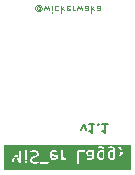
<source format=gbr>
%TF.GenerationSoftware,KiCad,Pcbnew,7.0.5-0*%
%TF.CreationDate,2023-09-16T13:11:08-07:00*%
%TF.ProjectId,MiSTerLaggy,4d695354-6572-44c6-9167-67792e6b6963,rev?*%
%TF.SameCoordinates,Original*%
%TF.FileFunction,Legend,Bot*%
%TF.FilePolarity,Positive*%
%FSLAX46Y46*%
G04 Gerber Fmt 4.6, Leading zero omitted, Abs format (unit mm)*
G04 Created by KiCad (PCBNEW 7.0.5-0) date 2023-09-16 13:11:08*
%MOMM*%
%LPD*%
G01*
G04 APERTURE LIST*
%ADD10C,0.150000*%
%ADD11C,0.100000*%
%ADD12C,0.650000*%
%ADD13O,1.000000X2.100000*%
%ADD14O,1.000000X1.800000*%
%ADD15C,2.200000*%
G04 APERTURE END LIST*
D10*
X1162969Y-4389038D02*
X1353445Y-3855704D01*
X1353445Y-3855704D02*
X1543922Y-4389038D01*
X2267731Y-3855704D02*
X1810588Y-3855704D01*
X2039160Y-3855704D02*
X2039160Y-4655704D01*
X2039160Y-4655704D02*
X1962969Y-4541419D01*
X1962969Y-4541419D02*
X1886779Y-4465228D01*
X1886779Y-4465228D02*
X1810588Y-4427133D01*
X2610589Y-3931895D02*
X2648684Y-3893800D01*
X2648684Y-3893800D02*
X2610589Y-3855704D01*
X2610589Y-3855704D02*
X2572493Y-3893800D01*
X2572493Y-3893800D02*
X2610589Y-3931895D01*
X2610589Y-3931895D02*
X2610589Y-3855704D01*
X3410588Y-3855704D02*
X2953445Y-3855704D01*
X3182017Y-3855704D02*
X3182017Y-4655704D01*
X3182017Y-4655704D02*
X3105826Y-4541419D01*
X3105826Y-4541419D02*
X3029636Y-4465228D01*
X3029636Y-4465228D02*
X2953445Y-4427133D01*
G36*
X-976317Y-6620237D02*
G01*
X-976317Y-6636284D01*
X-1004839Y-6693326D01*
X-1061879Y-6721847D01*
X-1216944Y-6721847D01*
X-1273987Y-6693325D01*
X-1302507Y-6636285D01*
X-1302507Y-6554999D01*
X-976317Y-6620237D01*
G37*
G36*
X2071303Y-6224152D02*
G01*
X2071303Y-6436133D01*
X2057757Y-6436133D01*
X2042674Y-6433419D01*
X2036130Y-6436133D01*
X1830676Y-6436133D01*
X1773633Y-6407611D01*
X1745113Y-6350571D01*
X1745113Y-6290744D01*
X1773634Y-6233700D01*
X1830675Y-6205180D01*
X2033359Y-6205180D01*
X2071303Y-6224152D01*
G37*
G36*
X2976065Y-6224152D02*
G01*
X2976065Y-6702875D01*
X2938122Y-6721847D01*
X2783057Y-6721847D01*
X2714539Y-6687588D01*
X2684132Y-6657181D01*
X2649875Y-6588666D01*
X2649875Y-6338363D01*
X2684133Y-6269845D01*
X2714540Y-6239438D01*
X2783056Y-6205180D01*
X2938121Y-6205180D01*
X2976065Y-6224152D01*
G37*
G36*
X3880827Y-6224152D02*
G01*
X3880827Y-6702875D01*
X3842884Y-6721847D01*
X3687819Y-6721847D01*
X3619301Y-6687588D01*
X3588894Y-6657181D01*
X3554637Y-6588666D01*
X3554637Y-6338363D01*
X3588895Y-6269845D01*
X3619302Y-6239438D01*
X3687818Y-6205180D01*
X3842883Y-6205180D01*
X3880827Y-6224152D01*
G37*
G36*
X5400001Y-7742857D02*
G01*
X-5367857Y-7742857D01*
X-5367857Y-7140668D01*
X-4740680Y-7140668D01*
X-4733759Y-7156160D01*
X-4728978Y-7172440D01*
X-4724910Y-7175964D01*
X-4722714Y-7180880D01*
X-4708515Y-7190171D01*
X-4695692Y-7201282D01*
X-4690365Y-7202048D01*
X-4685859Y-7204996D01*
X-4668888Y-7205135D01*
X-4652097Y-7207550D01*
X-4647203Y-7205314D01*
X-4641817Y-7205359D01*
X-4627466Y-7196301D01*
X-4612033Y-7189254D01*
X-4609123Y-7184725D01*
X-4604570Y-7181852D01*
X-4597395Y-7166476D01*
X-4588221Y-7152202D01*
X-4588222Y-7146818D01*
X-4329889Y-6593247D01*
X-4066918Y-7156756D01*
X-4062312Y-7172440D01*
X-4049490Y-7183550D01*
X-4038272Y-7196283D01*
X-4033094Y-7197757D01*
X-4029026Y-7201282D01*
X-4012233Y-7203696D01*
X-3995912Y-7208343D01*
X-3990760Y-7206783D01*
X-3985431Y-7207550D01*
X-3969995Y-7200500D01*
X-3953756Y-7195587D01*
X-3950266Y-7191490D01*
X-3945367Y-7189254D01*
X-3936192Y-7174976D01*
X-3925188Y-7162065D01*
X-3924466Y-7156731D01*
X-3921555Y-7152202D01*
X-3921556Y-7135235D01*
X-3919278Y-7118420D01*
X-3921555Y-7113540D01*
X-3921555Y-7076985D01*
X-3645950Y-7076985D01*
X-3642409Y-7093265D01*
X-3641220Y-7109877D01*
X-3637802Y-7114443D01*
X-3636588Y-7120022D01*
X-3624806Y-7131804D01*
X-3614826Y-7145136D01*
X-3609481Y-7147129D01*
X-3586933Y-7169677D01*
X-3586121Y-7172440D01*
X-3575572Y-7181580D01*
X-3567207Y-7192755D01*
X-3559252Y-7195722D01*
X-3552835Y-7201282D01*
X-3544431Y-7202490D01*
X-3536979Y-7206559D01*
X-3531289Y-7206152D01*
X-3525940Y-7208147D01*
X-3517643Y-7206341D01*
X-3509240Y-7207550D01*
X-3501516Y-7204022D01*
X-3493048Y-7203417D01*
X-3488482Y-7199998D01*
X-3482903Y-7198785D01*
X-3476899Y-7192780D01*
X-3469176Y-7189254D01*
X-3464585Y-7182109D01*
X-3457790Y-7177023D01*
X-3455797Y-7171678D01*
X-3423501Y-7139382D01*
X-3410171Y-7129404D01*
X-3404350Y-7113797D01*
X-3396366Y-7099176D01*
X-3396774Y-7093485D01*
X-3394778Y-7088137D01*
X-3398321Y-7071853D01*
X-3399508Y-7055245D01*
X-3402927Y-7050678D01*
X-3404140Y-7045100D01*
X-3415924Y-7033316D01*
X-3425902Y-7019987D01*
X-3431247Y-7017993D01*
X-3453796Y-6995444D01*
X-3454607Y-6992682D01*
X-3465158Y-6983539D01*
X-3473521Y-6972368D01*
X-3481476Y-6969401D01*
X-3487893Y-6963840D01*
X-3496296Y-6962631D01*
X-3503749Y-6958562D01*
X-3509442Y-6958969D01*
X-3514788Y-6956975D01*
X-3523086Y-6958780D01*
X-3531488Y-6957572D01*
X-3539212Y-6961099D01*
X-3547680Y-6961705D01*
X-3552247Y-6965123D01*
X-3557825Y-6966337D01*
X-3563830Y-6972341D01*
X-3571552Y-6975868D01*
X-3576143Y-6983011D01*
X-3582939Y-6988099D01*
X-3584933Y-6993444D01*
X-3617227Y-7025738D01*
X-3630558Y-7035718D01*
X-3636380Y-7051325D01*
X-3644363Y-7065946D01*
X-3643956Y-7071638D01*
X-3645950Y-7076985D01*
X-3921555Y-7076985D01*
X-3921555Y-6807629D01*
X-3595364Y-6807629D01*
X-3586121Y-6839107D01*
X-3552835Y-6867949D01*
X-3509240Y-6874217D01*
X-3469176Y-6855921D01*
X-3445364Y-6818869D01*
X-3445364Y-6169480D01*
X-3169515Y-6169480D01*
X-3161675Y-6212820D01*
X-3131648Y-6245042D01*
X-3088967Y-6255915D01*
X-2936766Y-6205180D01*
X-2728547Y-6205180D01*
X-2660030Y-6239439D01*
X-2629624Y-6269845D01*
X-2595366Y-6338361D01*
X-2595365Y-6398189D01*
X-2629624Y-6466706D01*
X-2660031Y-6497113D01*
X-2737017Y-6535606D01*
X-2906550Y-6577989D01*
X-2915161Y-6577060D01*
X-2927492Y-6583225D01*
X-2929967Y-6583844D01*
X-2937106Y-6588031D01*
X-3021686Y-6630321D01*
X-3034016Y-6633004D01*
X-3048636Y-6647623D01*
X-3063761Y-6661693D01*
X-3064124Y-6663111D01*
X-3090559Y-6689546D01*
X-3101408Y-6695990D01*
X-3110659Y-6714490D01*
X-3120554Y-6732613D01*
X-3120450Y-6734073D01*
X-3157070Y-6807314D01*
X-3166793Y-6822444D01*
X-3166793Y-6837774D01*
X-3169507Y-6852857D01*
X-3166793Y-6859400D01*
X-3166793Y-6935663D01*
X-3168724Y-6953548D01*
X-3161868Y-6967261D01*
X-3157550Y-6981964D01*
X-3152197Y-6986602D01*
X-3115462Y-7060071D01*
X-3112779Y-7072403D01*
X-3098152Y-7087030D01*
X-3084090Y-7102148D01*
X-3082672Y-7102510D01*
X-3056237Y-7128945D01*
X-3049793Y-7139795D01*
X-3031284Y-7149049D01*
X-3013170Y-7158940D01*
X-3011712Y-7158835D01*
X-2938466Y-7195458D01*
X-2923339Y-7205180D01*
X-2908009Y-7205180D01*
X-2892926Y-7207894D01*
X-2886382Y-7205180D01*
X-2672624Y-7205180D01*
X-2660397Y-7208295D01*
X-2640785Y-7201757D01*
X-2620962Y-7195937D01*
X-2620004Y-7194830D01*
X-2486420Y-7150303D01*
X-2473472Y-7141304D01*
X-2312020Y-7141304D01*
X-2293724Y-7181368D01*
X-2256672Y-7205180D01*
X-1954296Y-7205180D01*
X-1937812Y-7207550D01*
X-1932622Y-7205180D01*
X-1652440Y-7205180D01*
X-1620962Y-7195937D01*
X-1592120Y-7162651D01*
X-1585852Y-7119056D01*
X-1604148Y-7078992D01*
X-1641200Y-7055180D01*
X-1873936Y-7055180D01*
X-1873936Y-6459248D01*
X-1455556Y-6459248D01*
X-1452507Y-6472212D01*
X-1452507Y-6649949D01*
X-1454438Y-6667834D01*
X-1447582Y-6681547D01*
X-1443264Y-6696250D01*
X-1437911Y-6700888D01*
X-1405515Y-6765679D01*
X-1405617Y-6768593D01*
X-1395756Y-6785197D01*
X-1392148Y-6792412D01*
X-1390274Y-6794426D01*
X-1383126Y-6806462D01*
X-1375562Y-6810244D01*
X-1369804Y-6816434D01*
X-1356251Y-6819899D01*
X-1271799Y-6862125D01*
X-1256672Y-6871847D01*
X-1241342Y-6871847D01*
X-1226259Y-6874561D01*
X-1219715Y-6871847D01*
X-1048214Y-6871847D01*
X-1030330Y-6873778D01*
X-1016617Y-6866921D01*
X-1001914Y-6862604D01*
X-997276Y-6857250D01*
X-932485Y-6824854D01*
X-929571Y-6824957D01*
X-912967Y-6815095D01*
X-905752Y-6811488D01*
X-903738Y-6809613D01*
X-891702Y-6802466D01*
X-887920Y-6794901D01*
X-881730Y-6789144D01*
X-878265Y-6775590D01*
X-836039Y-6691138D01*
X-826317Y-6676012D01*
X-826317Y-6660682D01*
X-823603Y-6645599D01*
X-826317Y-6639055D01*
X-826317Y-6620215D01*
X-549676Y-6620215D01*
X-547745Y-6624076D01*
X-547745Y-6807629D01*
X-538502Y-6839107D01*
X-505216Y-6867949D01*
X-461621Y-6874217D01*
X-421557Y-6855921D01*
X-400010Y-6822392D01*
X-394122Y-6825607D01*
X-392664Y-6825502D01*
X-319418Y-6862125D01*
X-304291Y-6871847D01*
X-288961Y-6871847D01*
X-273878Y-6874561D01*
X-267334Y-6871847D01*
X-176249Y-6871847D01*
X-144771Y-6862604D01*
X-115929Y-6829318D01*
X-109661Y-6785723D01*
X-127957Y-6745659D01*
X-165009Y-6721847D01*
X-264563Y-6721847D01*
X-333081Y-6687588D01*
X-363488Y-6657181D01*
X-397745Y-6588666D01*
X-397745Y-6141304D01*
X830838Y-6141304D01*
X833207Y-6146493D01*
X833208Y-7140962D01*
X842451Y-7172440D01*
X875737Y-7201282D01*
X919332Y-7207550D01*
X959396Y-7189254D01*
X983208Y-7152202D01*
X983208Y-6281429D01*
X1592399Y-6281429D01*
X1595113Y-6287972D01*
X1595113Y-6364235D01*
X1593182Y-6382120D01*
X1600038Y-6395833D01*
X1604356Y-6410536D01*
X1609709Y-6415174D01*
X1642105Y-6479965D01*
X1642003Y-6482879D01*
X1651864Y-6499483D01*
X1655472Y-6506698D01*
X1657346Y-6508712D01*
X1664494Y-6520748D01*
X1672058Y-6524530D01*
X1677816Y-6530720D01*
X1691369Y-6534185D01*
X1775821Y-6576411D01*
X1790948Y-6586133D01*
X1806278Y-6586133D01*
X1821361Y-6588847D01*
X1827905Y-6586133D01*
X2033359Y-6586133D01*
X2071303Y-6605105D01*
X2071303Y-6636284D01*
X2042781Y-6693326D01*
X1985741Y-6721847D01*
X1830676Y-6721847D01*
X1741629Y-6677324D01*
X1709341Y-6671514D01*
X1668658Y-6688387D01*
X1643555Y-6724577D01*
X1642003Y-6768593D01*
X1664494Y-6806462D01*
X1775821Y-6862125D01*
X1790948Y-6871847D01*
X1806278Y-6871847D01*
X1821361Y-6874561D01*
X1827905Y-6871847D01*
X1999406Y-6871847D01*
X2017290Y-6873778D01*
X2031003Y-6866921D01*
X2045706Y-6862604D01*
X2050344Y-6857250D01*
X2115135Y-6824854D01*
X2118049Y-6824957D01*
X2134653Y-6815095D01*
X2141868Y-6811488D01*
X2143882Y-6809613D01*
X2155918Y-6802466D01*
X2159700Y-6794901D01*
X2165890Y-6789144D01*
X2169355Y-6775590D01*
X2211581Y-6691138D01*
X2221303Y-6676012D01*
X2221303Y-6660682D01*
X2224017Y-6645599D01*
X2221302Y-6639055D01*
X2221303Y-6560048D01*
X2222032Y-6539387D01*
X2221303Y-6538159D01*
X2221303Y-6329048D01*
X2497161Y-6329048D01*
X2499875Y-6335591D01*
X2499875Y-6602330D01*
X2497944Y-6620215D01*
X2504800Y-6633928D01*
X2509118Y-6648631D01*
X2514471Y-6653269D01*
X2551206Y-6726738D01*
X2553889Y-6739070D01*
X2568516Y-6753697D01*
X2582578Y-6768815D01*
X2583996Y-6769177D01*
X2610431Y-6795612D01*
X2616875Y-6806462D01*
X2635384Y-6815716D01*
X2653498Y-6825607D01*
X2654956Y-6825502D01*
X2728202Y-6862125D01*
X2743329Y-6871847D01*
X2758659Y-6871847D01*
X2773742Y-6874561D01*
X2780286Y-6871847D01*
X2951787Y-6871847D01*
X2969671Y-6873778D01*
X2983384Y-6866921D01*
X2998087Y-6862604D01*
X3002725Y-6857250D01*
X3004958Y-6856133D01*
X3018594Y-6867949D01*
X3062189Y-6874217D01*
X3102253Y-6855921D01*
X3126065Y-6818869D01*
X3126065Y-6758663D01*
X3129182Y-6746473D01*
X3126065Y-6737093D01*
X3126065Y-6329048D01*
X3401923Y-6329048D01*
X3404637Y-6335591D01*
X3404636Y-6602330D01*
X3402706Y-6620215D01*
X3409562Y-6633928D01*
X3413880Y-6648631D01*
X3419233Y-6653269D01*
X3455968Y-6726738D01*
X3458651Y-6739070D01*
X3473278Y-6753697D01*
X3487340Y-6768815D01*
X3488758Y-6769177D01*
X3515193Y-6795612D01*
X3521637Y-6806462D01*
X3540146Y-6815716D01*
X3558260Y-6825607D01*
X3559718Y-6825502D01*
X3632964Y-6862125D01*
X3648091Y-6871847D01*
X3663421Y-6871847D01*
X3678504Y-6874561D01*
X3685048Y-6871847D01*
X3856549Y-6871847D01*
X3874433Y-6873778D01*
X3888146Y-6866921D01*
X3902849Y-6862604D01*
X3907487Y-6857250D01*
X3909720Y-6856133D01*
X3923356Y-6867949D01*
X3966951Y-6874217D01*
X4007015Y-6855921D01*
X4030827Y-6818869D01*
X4030827Y-6814529D01*
X4260640Y-6814529D01*
X4282287Y-6852886D01*
X4321234Y-6873451D01*
X4365117Y-6869696D01*
X4400004Y-6842811D01*
X4574875Y-6353170D01*
X4745966Y-6832226D01*
X4765257Y-6858761D01*
X4806305Y-6874728D01*
X4849468Y-6865968D01*
X4881045Y-6835263D01*
X4891007Y-6792361D01*
X4652401Y-6124263D01*
X4652689Y-6122772D01*
X4650708Y-6117821D01*
X4651015Y-6112499D01*
X4643347Y-6098912D01*
X4641879Y-6094801D01*
X4641037Y-6093643D01*
X4551594Y-5870037D01*
X4548242Y-5854624D01*
X4535833Y-5842215D01*
X4524996Y-5828426D01*
X4520479Y-5826861D01*
X4491699Y-5798081D01*
X4485256Y-5787232D01*
X4466755Y-5777981D01*
X4448633Y-5768086D01*
X4447172Y-5768190D01*
X4360677Y-5724943D01*
X4328389Y-5719133D01*
X4287706Y-5736006D01*
X4262603Y-5772196D01*
X4261051Y-5816212D01*
X4283542Y-5854081D01*
X4387592Y-5906106D01*
X4415718Y-5934232D01*
X4494698Y-6131682D01*
X4262523Y-6781776D01*
X4260640Y-6814529D01*
X4030827Y-6814529D01*
X4030827Y-6758663D01*
X4033944Y-6746473D01*
X4030827Y-6737093D01*
X4030827Y-6179125D01*
X4031557Y-6158435D01*
X4030827Y-6157205D01*
X4030827Y-5991353D01*
X4032757Y-5973479D01*
X4025902Y-5959769D01*
X4021584Y-5945063D01*
X4016229Y-5940423D01*
X3979495Y-5866954D01*
X3976813Y-5854624D01*
X3962193Y-5840004D01*
X3948124Y-5824879D01*
X3946705Y-5824516D01*
X3920270Y-5798081D01*
X3913827Y-5787232D01*
X3895326Y-5777981D01*
X3877204Y-5768086D01*
X3875743Y-5768190D01*
X3802502Y-5731570D01*
X3787373Y-5721847D01*
X3772043Y-5721847D01*
X3756960Y-5719133D01*
X3750416Y-5721847D01*
X3626525Y-5721847D01*
X3608650Y-5719917D01*
X3594940Y-5726771D01*
X3580234Y-5731090D01*
X3575594Y-5736444D01*
X3484071Y-5782206D01*
X3460050Y-5804550D01*
X3449139Y-5847221D01*
X3463029Y-5889017D01*
X3497311Y-5916669D01*
X3541100Y-5921397D01*
X3640198Y-5871847D01*
X3747645Y-5871847D01*
X3816163Y-5906106D01*
X3846568Y-5936511D01*
X3880827Y-6005027D01*
X3880827Y-6055180D01*
X3867282Y-6055180D01*
X3852199Y-6052466D01*
X3845655Y-6055180D01*
X3674153Y-6055180D01*
X3656269Y-6053249D01*
X3642555Y-6060105D01*
X3627853Y-6064423D01*
X3623213Y-6069776D01*
X3549743Y-6106512D01*
X3537414Y-6109195D01*
X3522789Y-6123819D01*
X3507669Y-6137885D01*
X3507306Y-6139302D01*
X3480871Y-6165737D01*
X3470022Y-6172181D01*
X3460771Y-6190681D01*
X3450876Y-6208804D01*
X3450980Y-6210264D01*
X3414360Y-6283505D01*
X3404637Y-6298635D01*
X3404637Y-6313965D01*
X3401923Y-6329048D01*
X3126065Y-6329048D01*
X3126065Y-6179125D01*
X3126795Y-6158435D01*
X3126065Y-6157205D01*
X3126065Y-5991353D01*
X3127995Y-5973479D01*
X3121140Y-5959769D01*
X3116822Y-5945063D01*
X3111467Y-5940423D01*
X3074733Y-5866954D01*
X3072051Y-5854624D01*
X3057431Y-5840004D01*
X3043362Y-5824879D01*
X3041943Y-5824516D01*
X3015508Y-5798081D01*
X3009065Y-5787232D01*
X2990564Y-5777981D01*
X2972442Y-5768086D01*
X2970981Y-5768190D01*
X2897740Y-5731570D01*
X2882611Y-5721847D01*
X2867281Y-5721847D01*
X2852198Y-5719133D01*
X2845654Y-5721847D01*
X2721763Y-5721847D01*
X2703888Y-5719917D01*
X2690178Y-5726771D01*
X2675472Y-5731090D01*
X2670832Y-5736444D01*
X2579309Y-5782206D01*
X2555288Y-5804550D01*
X2544377Y-5847221D01*
X2558267Y-5889017D01*
X2592549Y-5916669D01*
X2636338Y-5921397D01*
X2735436Y-5871847D01*
X2842883Y-5871847D01*
X2911401Y-5906106D01*
X2941806Y-5936511D01*
X2976065Y-6005027D01*
X2976065Y-6055180D01*
X2962520Y-6055180D01*
X2947437Y-6052466D01*
X2940893Y-6055180D01*
X2769391Y-6055180D01*
X2751507Y-6053249D01*
X2737793Y-6060105D01*
X2723091Y-6064423D01*
X2718451Y-6069776D01*
X2644981Y-6106512D01*
X2632652Y-6109195D01*
X2618027Y-6123819D01*
X2602907Y-6137885D01*
X2602544Y-6139302D01*
X2576109Y-6165737D01*
X2565260Y-6172181D01*
X2556009Y-6190681D01*
X2546114Y-6208804D01*
X2546218Y-6210264D01*
X2509598Y-6283505D01*
X2499875Y-6298635D01*
X2499875Y-6313965D01*
X2497161Y-6329048D01*
X2221303Y-6329048D01*
X2221303Y-6179125D01*
X2222033Y-6158435D01*
X2221303Y-6157205D01*
X2221303Y-6119398D01*
X2212060Y-6087920D01*
X2178774Y-6059078D01*
X2135179Y-6052810D01*
X2097993Y-6069791D01*
X2088214Y-6064901D01*
X2073087Y-6055180D01*
X2057758Y-6055180D01*
X2042675Y-6052466D01*
X2036131Y-6055180D01*
X1817010Y-6055180D01*
X1799126Y-6053249D01*
X1785412Y-6060105D01*
X1770710Y-6064423D01*
X1766070Y-6069776D01*
X1701278Y-6102173D01*
X1698367Y-6102071D01*
X1681767Y-6111929D01*
X1674547Y-6115540D01*
X1672530Y-6117415D01*
X1660498Y-6124562D01*
X1656715Y-6132127D01*
X1650526Y-6137885D01*
X1647060Y-6151436D01*
X1604836Y-6235886D01*
X1595113Y-6251016D01*
X1595113Y-6266346D01*
X1592399Y-6281429D01*
X983208Y-6281429D01*
X983208Y-6205180D01*
X1395180Y-6205180D01*
X1426658Y-6195937D01*
X1455500Y-6162651D01*
X1461768Y-6119056D01*
X1443472Y-6078992D01*
X1406420Y-6055180D01*
X913568Y-6055180D01*
X897084Y-6052810D01*
X881931Y-6059729D01*
X865948Y-6064423D01*
X862211Y-6068735D01*
X857020Y-6071106D01*
X848012Y-6085122D01*
X837106Y-6097709D01*
X836294Y-6103355D01*
X833208Y-6108158D01*
X833208Y-6124820D01*
X830838Y-6141304D01*
X-397745Y-6141304D01*
X-397745Y-6119398D01*
X-406988Y-6087920D01*
X-440274Y-6059078D01*
X-483869Y-6052810D01*
X-523933Y-6071106D01*
X-547745Y-6108158D01*
X-547745Y-6602330D01*
X-549676Y-6620215D01*
X-826317Y-6620215D01*
X-826317Y-6571631D01*
X-823268Y-6563017D01*
X-826317Y-6550053D01*
X-826317Y-6547970D01*
X-828780Y-6539583D01*
X-833352Y-6520143D01*
X-834939Y-6518609D01*
X-835560Y-6516492D01*
X-850649Y-6503418D01*
X-865014Y-6489527D01*
X-867180Y-6489093D01*
X-868846Y-6487650D01*
X-888601Y-6484809D01*
X-1302507Y-6402028D01*
X-1302507Y-6290743D01*
X-1273986Y-6233700D01*
X-1216945Y-6205180D01*
X-1061880Y-6205180D01*
X-972834Y-6249704D01*
X-940545Y-6255514D01*
X-899862Y-6238641D01*
X-874759Y-6202452D01*
X-873206Y-6158435D01*
X-895697Y-6120567D01*
X-1007025Y-6064901D01*
X-1022152Y-6055180D01*
X-1037481Y-6055180D01*
X-1052564Y-6052466D01*
X-1059108Y-6055180D01*
X-1230610Y-6055180D01*
X-1248494Y-6053249D01*
X-1262208Y-6060105D01*
X-1276910Y-6064423D01*
X-1281550Y-6069776D01*
X-1346342Y-6102173D01*
X-1349253Y-6102071D01*
X-1365853Y-6111929D01*
X-1373073Y-6115540D01*
X-1375090Y-6117415D01*
X-1387122Y-6124562D01*
X-1390905Y-6132127D01*
X-1397094Y-6137885D01*
X-1400560Y-6151436D01*
X-1442784Y-6235886D01*
X-1452507Y-6251016D01*
X-1452508Y-6266346D01*
X-1455221Y-6281429D01*
X-1452507Y-6287972D01*
X-1452507Y-6450633D01*
X-1455556Y-6459248D01*
X-1873936Y-6459248D01*
X-1873936Y-6119398D01*
X-1883179Y-6087920D01*
X-1916465Y-6059078D01*
X-1960060Y-6052810D01*
X-2000124Y-6071106D01*
X-2023936Y-6108158D01*
X-2023936Y-7055180D01*
X-2245432Y-7055180D01*
X-2276910Y-7064423D01*
X-2305752Y-7097709D01*
X-2312020Y-7141304D01*
X-2473472Y-7141304D01*
X-2459480Y-7131580D01*
X-2442644Y-7090881D01*
X-2450484Y-7047541D01*
X-2480510Y-7015319D01*
X-2523191Y-7004446D01*
X-2675394Y-7055180D01*
X-2883611Y-7055180D01*
X-2952129Y-7020921D01*
X-2982536Y-6990514D01*
X-3016793Y-6921999D01*
X-3016793Y-6862172D01*
X-2982534Y-6793654D01*
X-2952129Y-6763248D01*
X-2875143Y-6724754D01*
X-2705611Y-6682371D01*
X-2696997Y-6683302D01*
X-2684664Y-6677135D01*
X-2682191Y-6676517D01*
X-2675064Y-6672334D01*
X-2590474Y-6630039D01*
X-2578142Y-6627357D01*
X-2563515Y-6612729D01*
X-2548397Y-6598668D01*
X-2548035Y-6597249D01*
X-2521600Y-6570814D01*
X-2510750Y-6564371D01*
X-2501496Y-6545861D01*
X-2491605Y-6527748D01*
X-2491710Y-6526289D01*
X-2455087Y-6453043D01*
X-2445365Y-6437917D01*
X-2445365Y-6422587D01*
X-2442651Y-6407504D01*
X-2445365Y-6400960D01*
X-2445365Y-6324687D01*
X-2443435Y-6306813D01*
X-2450290Y-6293103D01*
X-2454608Y-6278397D01*
X-2459963Y-6273757D01*
X-2496697Y-6200288D01*
X-2499379Y-6187958D01*
X-2513999Y-6173338D01*
X-2528068Y-6158213D01*
X-2529487Y-6157850D01*
X-2555920Y-6131417D01*
X-2562364Y-6120567D01*
X-2580861Y-6111318D01*
X-2598988Y-6101420D01*
X-2600449Y-6101524D01*
X-2673692Y-6064901D01*
X-2688819Y-6055180D01*
X-2704148Y-6055180D01*
X-2719231Y-6052466D01*
X-2725775Y-6055180D01*
X-2939534Y-6055180D01*
X-2951761Y-6052065D01*
X-2971369Y-6058600D01*
X-2991196Y-6064423D01*
X-2992156Y-6065530D01*
X-3125739Y-6110059D01*
X-3152679Y-6128782D01*
X-3169515Y-6169480D01*
X-3445364Y-6169480D01*
X-3445364Y-6119398D01*
X-3454607Y-6087920D01*
X-3487893Y-6059078D01*
X-3531488Y-6052810D01*
X-3571552Y-6071106D01*
X-3595364Y-6108158D01*
X-3595364Y-6807629D01*
X-3921555Y-6807629D01*
X-3921555Y-6119398D01*
X-3930798Y-6087920D01*
X-3964084Y-6059078D01*
X-4007679Y-6052810D01*
X-4047743Y-6071106D01*
X-4071555Y-6108158D01*
X-4071555Y-6792112D01*
X-4261669Y-6384727D01*
X-4270395Y-6365195D01*
X-4280326Y-6358696D01*
X-4288171Y-6349792D01*
X-4298374Y-6346887D01*
X-4307250Y-6341079D01*
X-4319119Y-6340981D01*
X-4330531Y-6337732D01*
X-4340682Y-6340803D01*
X-4351292Y-6340716D01*
X-4361332Y-6347052D01*
X-4372687Y-6350488D01*
X-4379565Y-6358558D01*
X-4388539Y-6364222D01*
X-4393560Y-6374979D01*
X-4401255Y-6384010D01*
X-4402679Y-6394520D01*
X-4588222Y-6792112D01*
X-4588221Y-6119398D01*
X-4597464Y-6087920D01*
X-4630750Y-6059078D01*
X-4674345Y-6052810D01*
X-4714409Y-6071106D01*
X-4738221Y-6108158D01*
X-4738221Y-7124510D01*
X-4740680Y-7140668D01*
X-5367857Y-7140668D01*
X-5367857Y-5632143D01*
X5400001Y-5632143D01*
X5400001Y-7742857D01*
G37*
D11*
X-2344926Y5885658D02*
X-2373497Y5857086D01*
X-2373497Y5857086D02*
X-2430640Y5828515D01*
X-2430640Y5828515D02*
X-2487783Y5828515D01*
X-2487783Y5828515D02*
X-2544926Y5857086D01*
X-2544926Y5857086D02*
X-2573497Y5885658D01*
X-2573497Y5885658D02*
X-2602069Y5942800D01*
X-2602069Y5942800D02*
X-2602069Y5999943D01*
X-2602069Y5999943D02*
X-2573497Y6057086D01*
X-2573497Y6057086D02*
X-2544926Y6085658D01*
X-2544926Y6085658D02*
X-2487783Y6114229D01*
X-2487783Y6114229D02*
X-2430640Y6114229D01*
X-2430640Y6114229D02*
X-2373497Y6085658D01*
X-2373497Y6085658D02*
X-2344926Y6057086D01*
X-2344926Y5828515D02*
X-2344926Y6057086D01*
X-2344926Y6057086D02*
X-2316354Y6085658D01*
X-2316354Y6085658D02*
X-2287783Y6085658D01*
X-2287783Y6085658D02*
X-2230640Y6057086D01*
X-2230640Y6057086D02*
X-2202069Y5999943D01*
X-2202069Y5999943D02*
X-2202069Y5857086D01*
X-2202069Y5857086D02*
X-2259211Y5771372D01*
X-2259211Y5771372D02*
X-2344926Y5714229D01*
X-2344926Y5714229D02*
X-2459211Y5685658D01*
X-2459211Y5685658D02*
X-2573497Y5714229D01*
X-2573497Y5714229D02*
X-2659211Y5771372D01*
X-2659211Y5771372D02*
X-2716354Y5857086D01*
X-2716354Y5857086D02*
X-2744926Y5971372D01*
X-2744926Y5971372D02*
X-2716354Y6085658D01*
X-2716354Y6085658D02*
X-2659211Y6171372D01*
X-2659211Y6171372D02*
X-2573497Y6228515D01*
X-2573497Y6228515D02*
X-2459211Y6257086D01*
X-2459211Y6257086D02*
X-2344926Y6228515D01*
X-2344926Y6228515D02*
X-2259211Y6171372D01*
X-2002068Y5771372D02*
X-1887782Y6171372D01*
X-1887782Y6171372D02*
X-1773497Y5885658D01*
X-1773497Y5885658D02*
X-1659211Y6171372D01*
X-1659211Y6171372D02*
X-1544925Y5771372D01*
X-1316354Y6171372D02*
X-1316354Y5771372D01*
X-1316354Y5571372D02*
X-1344926Y5599943D01*
X-1344926Y5599943D02*
X-1316354Y5628515D01*
X-1316354Y5628515D02*
X-1287783Y5599943D01*
X-1287783Y5599943D02*
X-1316354Y5571372D01*
X-1316354Y5571372D02*
X-1316354Y5628515D01*
X-773497Y6142800D02*
X-830640Y6171372D01*
X-830640Y6171372D02*
X-944926Y6171372D01*
X-944926Y6171372D02*
X-1002069Y6142800D01*
X-1002069Y6142800D02*
X-1030640Y6114229D01*
X-1030640Y6114229D02*
X-1059212Y6057086D01*
X-1059212Y6057086D02*
X-1059212Y5885658D01*
X-1059212Y5885658D02*
X-1030640Y5828515D01*
X-1030640Y5828515D02*
X-1002069Y5799943D01*
X-1002069Y5799943D02*
X-944926Y5771372D01*
X-944926Y5771372D02*
X-830640Y5771372D01*
X-830640Y5771372D02*
X-773497Y5799943D01*
X-516354Y6171372D02*
X-516354Y5571372D01*
X-459211Y5942800D02*
X-287783Y6171372D01*
X-287783Y5771372D02*
X-516354Y5999943D01*
X197931Y6142800D02*
X140788Y6171372D01*
X140788Y6171372D02*
X26503Y6171372D01*
X26503Y6171372D02*
X-30640Y6142800D01*
X-30640Y6142800D02*
X-59212Y6085658D01*
X-59212Y6085658D02*
X-59212Y5857086D01*
X-59212Y5857086D02*
X-30640Y5799943D01*
X-30640Y5799943D02*
X26503Y5771372D01*
X26503Y5771372D02*
X140788Y5771372D01*
X140788Y5771372D02*
X197931Y5799943D01*
X197931Y5799943D02*
X226503Y5857086D01*
X226503Y5857086D02*
X226503Y5914229D01*
X226503Y5914229D02*
X-59212Y5971372D01*
X483646Y6171372D02*
X483646Y5771372D01*
X483646Y5885658D02*
X512217Y5828515D01*
X512217Y5828515D02*
X540789Y5799943D01*
X540789Y5799943D02*
X597931Y5771372D01*
X597931Y5771372D02*
X655074Y5771372D01*
X797932Y5771372D02*
X912218Y6171372D01*
X912218Y6171372D02*
X1026503Y5885658D01*
X1026503Y5885658D02*
X1140789Y6171372D01*
X1140789Y6171372D02*
X1255075Y5771372D01*
X1740789Y6171372D02*
X1740789Y5857086D01*
X1740789Y5857086D02*
X1712217Y5799943D01*
X1712217Y5799943D02*
X1655074Y5771372D01*
X1655074Y5771372D02*
X1540789Y5771372D01*
X1540789Y5771372D02*
X1483646Y5799943D01*
X1740789Y6142800D02*
X1683646Y6171372D01*
X1683646Y6171372D02*
X1540789Y6171372D01*
X1540789Y6171372D02*
X1483646Y6142800D01*
X1483646Y6142800D02*
X1455074Y6085658D01*
X1455074Y6085658D02*
X1455074Y6028515D01*
X1455074Y6028515D02*
X1483646Y5971372D01*
X1483646Y5971372D02*
X1540789Y5942800D01*
X1540789Y5942800D02*
X1683646Y5942800D01*
X1683646Y5942800D02*
X1740789Y5914229D01*
X2026503Y6171372D02*
X2026503Y5571372D01*
X2083646Y5942800D02*
X2255074Y6171372D01*
X2255074Y5771372D02*
X2026503Y5999943D01*
X2769360Y6171372D02*
X2769360Y5857086D01*
X2769360Y5857086D02*
X2740788Y5799943D01*
X2740788Y5799943D02*
X2683645Y5771372D01*
X2683645Y5771372D02*
X2569360Y5771372D01*
X2569360Y5771372D02*
X2512217Y5799943D01*
X2769360Y6142800D02*
X2712217Y6171372D01*
X2712217Y6171372D02*
X2569360Y6171372D01*
X2569360Y6171372D02*
X2512217Y6142800D01*
X2512217Y6142800D02*
X2483645Y6085658D01*
X2483645Y6085658D02*
X2483645Y6028515D01*
X2483645Y6028515D02*
X2512217Y5971372D01*
X2512217Y5971372D02*
X2569360Y5942800D01*
X2569360Y5942800D02*
X2712217Y5942800D01*
X2712217Y5942800D02*
X2769360Y5914229D01*
%LPC*%
D12*
%TO.C,J1*%
X2890000Y4195000D03*
X-2890000Y4195000D03*
D13*
X4320000Y3675000D03*
D14*
X4320000Y7875000D03*
D13*
X-4320000Y3675000D03*
D14*
X-4320000Y7875000D03*
%TD*%
D15*
%TO.C,H1*%
X0Y-2750000D03*
%TD*%
%LPD*%
M02*

</source>
